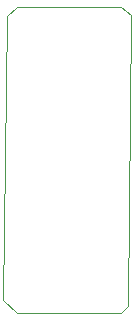
<source format=gbr>
%FSTAX23Y23*%
%MOIN*%
%SFA1B1*%

%IPPOS*%
%ADD41C,0.001000*%
%LNwhearstonebridge_profile-1*%
%LPD*%
G54D41*
X03005Y0373D02*
X0304Y0376D01*
X03385*
X03419Y03734*
X03409Y02764*
X03385Y0274*
X0304*
X02994Y02785*
X03005Y0373*
M02*
</source>
